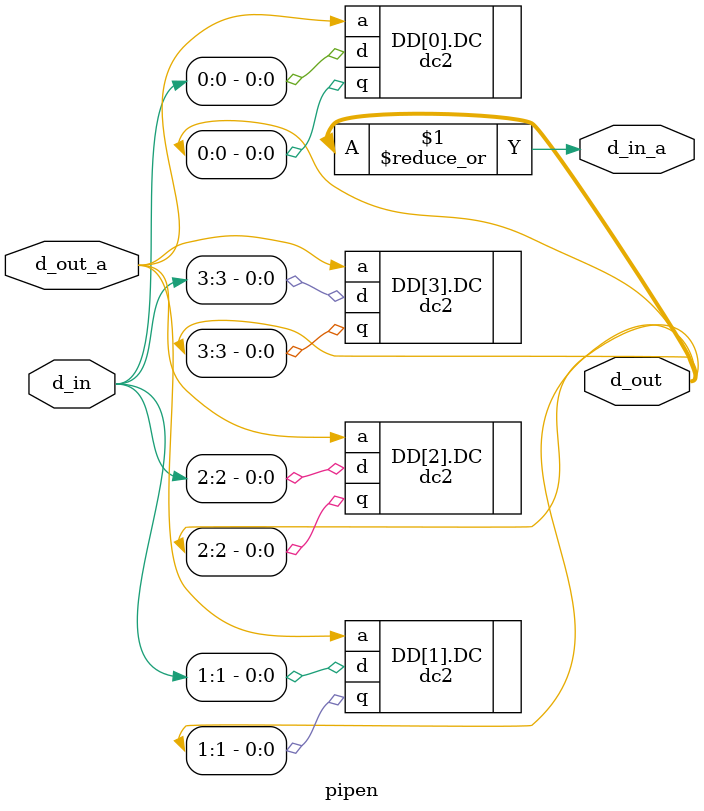
<source format=v>
/*
 Asynchronous SDM NoC
 (C)2011 Wei Song
 Advanced Processor Technologies Group
 Computer Science, the Univ. of Manchester, UK
 
 Authors: 
 Wei Song     wsong83@gmail.com
 
 License: LGPL 3.0 or later
 
 A single 4-phase 1-of-n pipeline stage.
 
 History:
 05/05/2009  Initial version. <wsong83@gmail.com>
 01/06/2011  Clean up for opensource. <wsong83@gmail.com>
 
*/

module pipen(/*AUTOARG*/
   // Outputs
   d_in_a, d_out,
   // Inputs
   d_in, d_out_a
   );

   parameter DW = 4;		// the wire count, the "n" of the 1-of-n code
       
   input [DW-1:0]   d_in;
   output 	    d_in_a;
   output [DW-1:0]  d_out;
   input 	    d_out_a;

   genvar 	    i;
   
   // the data pipe stage
   generate for (i=0; i<DW; i=i+1) begin:DD
       dc2 DC  (.d(d_in[i]),       .a(d_out_a),   .q(d_out[i]));
   end endgenerate

   assign d_in_a = |d_out;

endmodule // pipen

</source>
